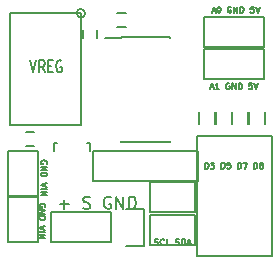
<source format=gto>
G04 #@! TF.FileFunction,Legend,Top*
%FSLAX46Y46*%
G04 Gerber Fmt 4.6, Leading zero omitted, Abs format (unit mm)*
G04 Created by KiCad (PCBNEW (2014-12-04 BZR 5312)-product) date 4/25/2015 1:25:45 PM*
%MOMM*%
G01*
G04 APERTURE LIST*
%ADD10C,0.100000*%
%ADD11C,0.127000*%
%ADD12C,0.190500*%
%ADD13C,0.150000*%
G04 APERTURE END LIST*
D10*
D11*
X137335380Y-36787667D02*
X137577285Y-36787667D01*
X137286999Y-36932810D02*
X137456332Y-36424810D01*
X137625666Y-36932810D01*
X138061095Y-36932810D02*
X137770809Y-36932810D01*
X137915952Y-36932810D02*
X137915952Y-36424810D01*
X137867571Y-36497381D01*
X137819190Y-36545762D01*
X137770809Y-36569952D01*
X138931953Y-36449000D02*
X138883572Y-36424810D01*
X138811000Y-36424810D01*
X138738429Y-36449000D01*
X138690048Y-36497381D01*
X138665857Y-36545762D01*
X138641667Y-36642524D01*
X138641667Y-36715095D01*
X138665857Y-36811857D01*
X138690048Y-36860238D01*
X138738429Y-36908619D01*
X138811000Y-36932810D01*
X138859381Y-36932810D01*
X138931953Y-36908619D01*
X138956143Y-36884429D01*
X138956143Y-36715095D01*
X138859381Y-36715095D01*
X139173857Y-36932810D02*
X139173857Y-36424810D01*
X139464143Y-36932810D01*
X139464143Y-36424810D01*
X139706047Y-36932810D02*
X139706047Y-36424810D01*
X139827000Y-36424810D01*
X139899571Y-36449000D01*
X139947952Y-36497381D01*
X139972143Y-36545762D01*
X139996333Y-36642524D01*
X139996333Y-36715095D01*
X139972143Y-36811857D01*
X139947952Y-36860238D01*
X139899571Y-36908619D01*
X139827000Y-36932810D01*
X139706047Y-36932810D01*
X140843000Y-36424810D02*
X140601095Y-36424810D01*
X140576905Y-36666714D01*
X140601095Y-36642524D01*
X140649476Y-36618333D01*
X140770429Y-36618333D01*
X140818810Y-36642524D01*
X140843000Y-36666714D01*
X140867191Y-36715095D01*
X140867191Y-36836048D01*
X140843000Y-36884429D01*
X140818810Y-36908619D01*
X140770429Y-36932810D01*
X140649476Y-36932810D01*
X140601095Y-36908619D01*
X140576905Y-36884429D01*
X141012334Y-36424810D02*
X141181667Y-36932810D01*
X141351001Y-36424810D01*
X123444000Y-43264667D02*
X123468190Y-43216286D01*
X123468190Y-43143714D01*
X123444000Y-43071143D01*
X123395619Y-43022762D01*
X123347238Y-42998571D01*
X123250476Y-42974381D01*
X123177905Y-42974381D01*
X123081143Y-42998571D01*
X123032762Y-43022762D01*
X122984381Y-43071143D01*
X122960190Y-43143714D01*
X122960190Y-43192095D01*
X122984381Y-43264667D01*
X123008571Y-43288857D01*
X123177905Y-43288857D01*
X123177905Y-43192095D01*
X122960190Y-43506571D02*
X123468190Y-43506571D01*
X122960190Y-43796857D01*
X123468190Y-43796857D01*
X122960190Y-44038761D02*
X123468190Y-44038761D01*
X123468190Y-44159714D01*
X123444000Y-44232285D01*
X123395619Y-44280666D01*
X123347238Y-44304857D01*
X123250476Y-44329047D01*
X123177905Y-44329047D01*
X123081143Y-44304857D01*
X123032762Y-44280666D01*
X122984381Y-44232285D01*
X122960190Y-44159714D01*
X122960190Y-44038761D01*
X123468190Y-44861238D02*
X122960190Y-45030571D01*
X123468190Y-45199905D01*
X122960190Y-45369238D02*
X123468190Y-45369238D01*
X122960190Y-45611143D02*
X123468190Y-45611143D01*
X122960190Y-45901429D01*
X123468190Y-45901429D01*
X123317000Y-46947667D02*
X123341190Y-46899286D01*
X123341190Y-46826714D01*
X123317000Y-46754143D01*
X123268619Y-46705762D01*
X123220238Y-46681571D01*
X123123476Y-46657381D01*
X123050905Y-46657381D01*
X122954143Y-46681571D01*
X122905762Y-46705762D01*
X122857381Y-46754143D01*
X122833190Y-46826714D01*
X122833190Y-46875095D01*
X122857381Y-46947667D01*
X122881571Y-46971857D01*
X123050905Y-46971857D01*
X123050905Y-46875095D01*
X122833190Y-47189571D02*
X123341190Y-47189571D01*
X122833190Y-47479857D01*
X123341190Y-47479857D01*
X122833190Y-47721761D02*
X123341190Y-47721761D01*
X123341190Y-47842714D01*
X123317000Y-47915285D01*
X123268619Y-47963666D01*
X123220238Y-47987857D01*
X123123476Y-48012047D01*
X123050905Y-48012047D01*
X122954143Y-47987857D01*
X122905762Y-47963666D01*
X122857381Y-47915285D01*
X122833190Y-47842714D01*
X122833190Y-47721761D01*
X123341190Y-48544238D02*
X122833190Y-48713571D01*
X123341190Y-48882905D01*
X122833190Y-49052238D02*
X123341190Y-49052238D01*
X122833190Y-49294143D02*
X123341190Y-49294143D01*
X122833190Y-49584429D01*
X123341190Y-49584429D01*
X124568858Y-46681571D02*
X125342953Y-46681571D01*
X124955905Y-47068619D02*
X124955905Y-46294524D01*
X126552477Y-47020238D02*
X126697620Y-47068619D01*
X126939524Y-47068619D01*
X127036286Y-47020238D01*
X127084667Y-46971857D01*
X127133048Y-46875095D01*
X127133048Y-46778333D01*
X127084667Y-46681571D01*
X127036286Y-46633190D01*
X126939524Y-46584810D01*
X126746001Y-46536429D01*
X126649239Y-46488048D01*
X126600858Y-46439667D01*
X126552477Y-46342905D01*
X126552477Y-46246143D01*
X126600858Y-46149381D01*
X126649239Y-46101000D01*
X126746001Y-46052619D01*
X126987905Y-46052619D01*
X127133048Y-46101000D01*
X128874762Y-46101000D02*
X128778000Y-46052619D01*
X128632857Y-46052619D01*
X128487715Y-46101000D01*
X128390953Y-46197762D01*
X128342572Y-46294524D01*
X128294191Y-46488048D01*
X128294191Y-46633190D01*
X128342572Y-46826714D01*
X128390953Y-46923476D01*
X128487715Y-47020238D01*
X128632857Y-47068619D01*
X128729619Y-47068619D01*
X128874762Y-47020238D01*
X128923143Y-46971857D01*
X128923143Y-46633190D01*
X128729619Y-46633190D01*
X129358572Y-47068619D02*
X129358572Y-46052619D01*
X129939143Y-47068619D01*
X129939143Y-46052619D01*
X130422953Y-47068619D02*
X130422953Y-46052619D01*
X130664858Y-46052619D01*
X130810000Y-46101000D01*
X130906762Y-46197762D01*
X130955143Y-46294524D01*
X131003524Y-46488048D01*
X131003524Y-46633190D01*
X130955143Y-46826714D01*
X130906762Y-46923476D01*
X130810000Y-47020238D01*
X130664858Y-47068619D01*
X130422953Y-47068619D01*
X132600095Y-50116619D02*
X132672666Y-50140810D01*
X132793619Y-50140810D01*
X132842000Y-50116619D01*
X132866190Y-50092429D01*
X132890381Y-50044048D01*
X132890381Y-49995667D01*
X132866190Y-49947286D01*
X132842000Y-49923095D01*
X132793619Y-49898905D01*
X132696857Y-49874714D01*
X132648476Y-49850524D01*
X132624285Y-49826333D01*
X132600095Y-49777952D01*
X132600095Y-49729571D01*
X132624285Y-49681190D01*
X132648476Y-49657000D01*
X132696857Y-49632810D01*
X132817809Y-49632810D01*
X132890381Y-49657000D01*
X133398381Y-50092429D02*
X133374191Y-50116619D01*
X133301619Y-50140810D01*
X133253238Y-50140810D01*
X133180667Y-50116619D01*
X133132286Y-50068238D01*
X133108095Y-50019857D01*
X133083905Y-49923095D01*
X133083905Y-49850524D01*
X133108095Y-49753762D01*
X133132286Y-49705381D01*
X133180667Y-49657000D01*
X133253238Y-49632810D01*
X133301619Y-49632810D01*
X133374191Y-49657000D01*
X133398381Y-49681190D01*
X133858000Y-50140810D02*
X133616095Y-50140810D01*
X133616095Y-49632810D01*
X134390191Y-50116619D02*
X134462762Y-50140810D01*
X134583715Y-50140810D01*
X134632096Y-50116619D01*
X134656286Y-50092429D01*
X134680477Y-50044048D01*
X134680477Y-49995667D01*
X134656286Y-49947286D01*
X134632096Y-49923095D01*
X134583715Y-49898905D01*
X134486953Y-49874714D01*
X134438572Y-49850524D01*
X134414381Y-49826333D01*
X134390191Y-49777952D01*
X134390191Y-49729571D01*
X134414381Y-49681190D01*
X134438572Y-49657000D01*
X134486953Y-49632810D01*
X134607905Y-49632810D01*
X134680477Y-49657000D01*
X134898191Y-50140810D02*
X134898191Y-49632810D01*
X135019144Y-49632810D01*
X135091715Y-49657000D01*
X135140096Y-49705381D01*
X135164287Y-49753762D01*
X135188477Y-49850524D01*
X135188477Y-49923095D01*
X135164287Y-50019857D01*
X135140096Y-50068238D01*
X135091715Y-50116619D01*
X135019144Y-50140810D01*
X134898191Y-50140810D01*
X135382001Y-49995667D02*
X135623906Y-49995667D01*
X135333620Y-50140810D02*
X135502953Y-49632810D01*
X135672287Y-50140810D01*
X137462380Y-30310667D02*
X137704285Y-30310667D01*
X137413999Y-30455810D02*
X137583332Y-29947810D01*
X137752666Y-30455810D01*
X138018761Y-29947810D02*
X138067142Y-29947810D01*
X138115523Y-29972000D01*
X138139714Y-29996190D01*
X138163904Y-30044571D01*
X138188095Y-30141333D01*
X138188095Y-30262286D01*
X138163904Y-30359048D01*
X138139714Y-30407429D01*
X138115523Y-30431619D01*
X138067142Y-30455810D01*
X138018761Y-30455810D01*
X137970380Y-30431619D01*
X137946190Y-30407429D01*
X137921999Y-30359048D01*
X137897809Y-30262286D01*
X137897809Y-30141333D01*
X137921999Y-30044571D01*
X137946190Y-29996190D01*
X137970380Y-29972000D01*
X138018761Y-29947810D01*
X139058953Y-29972000D02*
X139010572Y-29947810D01*
X138938000Y-29947810D01*
X138865429Y-29972000D01*
X138817048Y-30020381D01*
X138792857Y-30068762D01*
X138768667Y-30165524D01*
X138768667Y-30238095D01*
X138792857Y-30334857D01*
X138817048Y-30383238D01*
X138865429Y-30431619D01*
X138938000Y-30455810D01*
X138986381Y-30455810D01*
X139058953Y-30431619D01*
X139083143Y-30407429D01*
X139083143Y-30238095D01*
X138986381Y-30238095D01*
X139300857Y-30455810D02*
X139300857Y-29947810D01*
X139591143Y-30455810D01*
X139591143Y-29947810D01*
X139833047Y-30455810D02*
X139833047Y-29947810D01*
X139954000Y-29947810D01*
X140026571Y-29972000D01*
X140074952Y-30020381D01*
X140099143Y-30068762D01*
X140123333Y-30165524D01*
X140123333Y-30238095D01*
X140099143Y-30334857D01*
X140074952Y-30383238D01*
X140026571Y-30431619D01*
X139954000Y-30455810D01*
X139833047Y-30455810D01*
X140970000Y-29947810D02*
X140728095Y-29947810D01*
X140703905Y-30189714D01*
X140728095Y-30165524D01*
X140776476Y-30141333D01*
X140897429Y-30141333D01*
X140945810Y-30165524D01*
X140970000Y-30189714D01*
X140994191Y-30238095D01*
X140994191Y-30359048D01*
X140970000Y-30407429D01*
X140945810Y-30431619D01*
X140897429Y-30455810D01*
X140776476Y-30455810D01*
X140728095Y-30431619D01*
X140703905Y-30407429D01*
X141139334Y-29947810D02*
X141308667Y-30455810D01*
X141478001Y-29947810D01*
D12*
X122083285Y-34495619D02*
X122337285Y-35511619D01*
X122591285Y-34495619D01*
X123280714Y-35511619D02*
X123026714Y-35027810D01*
X122845286Y-35511619D02*
X122845286Y-34495619D01*
X123135571Y-34495619D01*
X123208143Y-34544000D01*
X123244428Y-34592381D01*
X123280714Y-34689143D01*
X123280714Y-34834286D01*
X123244428Y-34931048D01*
X123208143Y-34979429D01*
X123135571Y-35027810D01*
X122845286Y-35027810D01*
X123607286Y-34979429D02*
X123861286Y-34979429D01*
X123970143Y-35511619D02*
X123607286Y-35511619D01*
X123607286Y-34495619D01*
X123970143Y-34495619D01*
X124695857Y-34544000D02*
X124623286Y-34495619D01*
X124514429Y-34495619D01*
X124405572Y-34544000D01*
X124333000Y-34640762D01*
X124296715Y-34737524D01*
X124260429Y-34931048D01*
X124260429Y-35076190D01*
X124296715Y-35269714D01*
X124333000Y-35366476D01*
X124405572Y-35463238D01*
X124514429Y-35511619D01*
X124587000Y-35511619D01*
X124695857Y-35463238D01*
X124732143Y-35414857D01*
X124732143Y-35076190D01*
X124587000Y-35076190D01*
D11*
X136875760Y-43663810D02*
X136875760Y-43155810D01*
X136996713Y-43155810D01*
X137069284Y-43180000D01*
X137117665Y-43228381D01*
X137141856Y-43276762D01*
X137166046Y-43373524D01*
X137166046Y-43446095D01*
X137141856Y-43542857D01*
X137117665Y-43591238D01*
X137069284Y-43639619D01*
X136996713Y-43663810D01*
X136875760Y-43663810D01*
X137335379Y-43155810D02*
X137649856Y-43155810D01*
X137480522Y-43349333D01*
X137553094Y-43349333D01*
X137601475Y-43373524D01*
X137625665Y-43397714D01*
X137649856Y-43446095D01*
X137649856Y-43567048D01*
X137625665Y-43615429D01*
X137601475Y-43639619D01*
X137553094Y-43663810D01*
X137407951Y-43663810D01*
X137359570Y-43639619D01*
X137335379Y-43615429D01*
X138254618Y-43663810D02*
X138254618Y-43155810D01*
X138375571Y-43155810D01*
X138448142Y-43180000D01*
X138496523Y-43228381D01*
X138520714Y-43276762D01*
X138544904Y-43373524D01*
X138544904Y-43446095D01*
X138520714Y-43542857D01*
X138496523Y-43591238D01*
X138448142Y-43639619D01*
X138375571Y-43663810D01*
X138254618Y-43663810D01*
X139004523Y-43155810D02*
X138762618Y-43155810D01*
X138738428Y-43397714D01*
X138762618Y-43373524D01*
X138810999Y-43349333D01*
X138931952Y-43349333D01*
X138980333Y-43373524D01*
X139004523Y-43397714D01*
X139028714Y-43446095D01*
X139028714Y-43567048D01*
X139004523Y-43615429D01*
X138980333Y-43639619D01*
X138931952Y-43663810D01*
X138810999Y-43663810D01*
X138762618Y-43639619D01*
X138738428Y-43615429D01*
X139633476Y-43663810D02*
X139633476Y-43155810D01*
X139754429Y-43155810D01*
X139827000Y-43180000D01*
X139875381Y-43228381D01*
X139899572Y-43276762D01*
X139923762Y-43373524D01*
X139923762Y-43446095D01*
X139899572Y-43542857D01*
X139875381Y-43591238D01*
X139827000Y-43639619D01*
X139754429Y-43663810D01*
X139633476Y-43663810D01*
X140093095Y-43155810D02*
X140431762Y-43155810D01*
X140214048Y-43663810D01*
X141012334Y-43663810D02*
X141012334Y-43155810D01*
X141133287Y-43155810D01*
X141205858Y-43180000D01*
X141254239Y-43228381D01*
X141278430Y-43276762D01*
X141302620Y-43373524D01*
X141302620Y-43446095D01*
X141278430Y-43542857D01*
X141254239Y-43591238D01*
X141205858Y-43639619D01*
X141133287Y-43663810D01*
X141012334Y-43663810D01*
X141592906Y-43373524D02*
X141544525Y-43349333D01*
X141520334Y-43325143D01*
X141496144Y-43276762D01*
X141496144Y-43252571D01*
X141520334Y-43204190D01*
X141544525Y-43180000D01*
X141592906Y-43155810D01*
X141689668Y-43155810D01*
X141738049Y-43180000D01*
X141762239Y-43204190D01*
X141786430Y-43252571D01*
X141786430Y-43276762D01*
X141762239Y-43325143D01*
X141738049Y-43349333D01*
X141689668Y-43373524D01*
X141592906Y-43373524D01*
X141544525Y-43397714D01*
X141520334Y-43421905D01*
X141496144Y-43470286D01*
X141496144Y-43567048D01*
X141520334Y-43615429D01*
X141544525Y-43639619D01*
X141592906Y-43663810D01*
X141689668Y-43663810D01*
X141738049Y-43639619D01*
X141762239Y-43615429D01*
X141786430Y-43567048D01*
X141786430Y-43470286D01*
X141762239Y-43421905D01*
X141738049Y-43397714D01*
X141689668Y-43373524D01*
D13*
X126527000Y-32608000D02*
X126527000Y-31908000D01*
X127727000Y-31908000D02*
X127727000Y-32608000D01*
X122397000Y-41748000D02*
X121697000Y-41748000D01*
X121697000Y-40548000D02*
X122397000Y-40548000D01*
X129444000Y-30515000D02*
X130144000Y-30515000D01*
X130144000Y-31715000D02*
X129444000Y-31715000D01*
X136017000Y-47371000D02*
X136017000Y-44831000D01*
X136017000Y-44831000D02*
X132207000Y-44831000D01*
X132207000Y-44831000D02*
X132207000Y-47371000D01*
X132207000Y-47371000D02*
X136017000Y-47371000D01*
X120142000Y-45974000D02*
X122682000Y-45974000D01*
X122682000Y-45974000D02*
X122682000Y-42164000D01*
X122682000Y-42164000D02*
X120142000Y-42164000D01*
X120142000Y-42164000D02*
X120142000Y-45974000D01*
X126709555Y-30512000D02*
G75*
G03X126709555Y-30512000I-360555J0D01*
G01*
X126349000Y-40012000D02*
X126349000Y-30512000D01*
X126349000Y-30512000D02*
X120349000Y-30512000D01*
X120349000Y-30512000D02*
X120349000Y-40012000D01*
X120349000Y-40012000D02*
X126349000Y-40012000D01*
X129751000Y-32507000D02*
X129751000Y-32622000D01*
X133901000Y-32507000D02*
X133901000Y-32622000D01*
X133901000Y-41407000D02*
X133901000Y-41292000D01*
X129751000Y-41407000D02*
X129751000Y-41292000D01*
X129751000Y-32507000D02*
X133901000Y-32507000D01*
X129751000Y-41407000D02*
X133901000Y-41407000D01*
X129751000Y-32622000D02*
X128376000Y-32622000D01*
X126902160Y-41513760D02*
X126853900Y-41513760D01*
X124103180Y-42214800D02*
X124103180Y-41513760D01*
X124103180Y-41513760D02*
X124352100Y-41513760D01*
X126902160Y-41513760D02*
X127102820Y-41513760D01*
X127102820Y-41513760D02*
X127102820Y-42214800D01*
X128651000Y-44704000D02*
X127381000Y-44704000D01*
X127381000Y-44704000D02*
X127381000Y-42164000D01*
X127381000Y-42164000D02*
X128651000Y-42164000D01*
X136271000Y-44704000D02*
X128651000Y-44704000D01*
X128651000Y-42164000D02*
X136271000Y-42164000D01*
X136271000Y-42164000D02*
X136271000Y-44704000D01*
X136017000Y-50165000D02*
X136017000Y-47625000D01*
X136017000Y-47625000D02*
X132207000Y-47625000D01*
X132207000Y-47625000D02*
X132207000Y-50165000D01*
X132207000Y-50165000D02*
X136017000Y-50165000D01*
X120142000Y-49911000D02*
X122682000Y-49911000D01*
X122682000Y-49911000D02*
X122682000Y-46101000D01*
X122682000Y-46101000D02*
X120142000Y-46101000D01*
X120142000Y-46101000D02*
X120142000Y-49911000D01*
X142494000Y-49784000D02*
X142494000Y-51054000D01*
X142494000Y-51054000D02*
X136144000Y-51054000D01*
X136144000Y-51054000D02*
X136144000Y-49784000D01*
X142494000Y-49784000D02*
X142494000Y-40894000D01*
X142494000Y-40894000D02*
X136144000Y-40894000D01*
X136144000Y-40894000D02*
X136144000Y-49784000D01*
X130175000Y-50191000D02*
X131725000Y-50191000D01*
X131725000Y-50191000D02*
X131725000Y-47091000D01*
X131725000Y-47091000D02*
X130175000Y-47091000D01*
X128905000Y-49911000D02*
X123825000Y-49911000D01*
X123825000Y-49911000D02*
X123825000Y-47371000D01*
X123825000Y-47371000D02*
X128905000Y-47371000D01*
X128905000Y-47371000D02*
X128905000Y-49911000D01*
X136779000Y-33528000D02*
X141859000Y-33528000D01*
X141859000Y-33528000D02*
X141859000Y-36068000D01*
X141859000Y-36068000D02*
X136779000Y-36068000D01*
X136779000Y-36068000D02*
X136779000Y-33528000D01*
X136779000Y-30861000D02*
X141859000Y-30861000D01*
X141859000Y-30861000D02*
X141859000Y-33401000D01*
X141859000Y-33401000D02*
X136779000Y-33401000D01*
X136779000Y-33401000D02*
X136779000Y-30861000D01*
X137708000Y-38870000D02*
X137708000Y-39870000D01*
X136358000Y-39870000D02*
X136358000Y-38870000D01*
X139105000Y-38870000D02*
X139105000Y-39870000D01*
X137755000Y-39870000D02*
X137755000Y-38870000D01*
X140502000Y-38870000D02*
X140502000Y-39870000D01*
X139152000Y-39870000D02*
X139152000Y-38870000D01*
X141899000Y-38870000D02*
X141899000Y-39870000D01*
X140549000Y-39870000D02*
X140549000Y-38870000D01*
M02*

</source>
